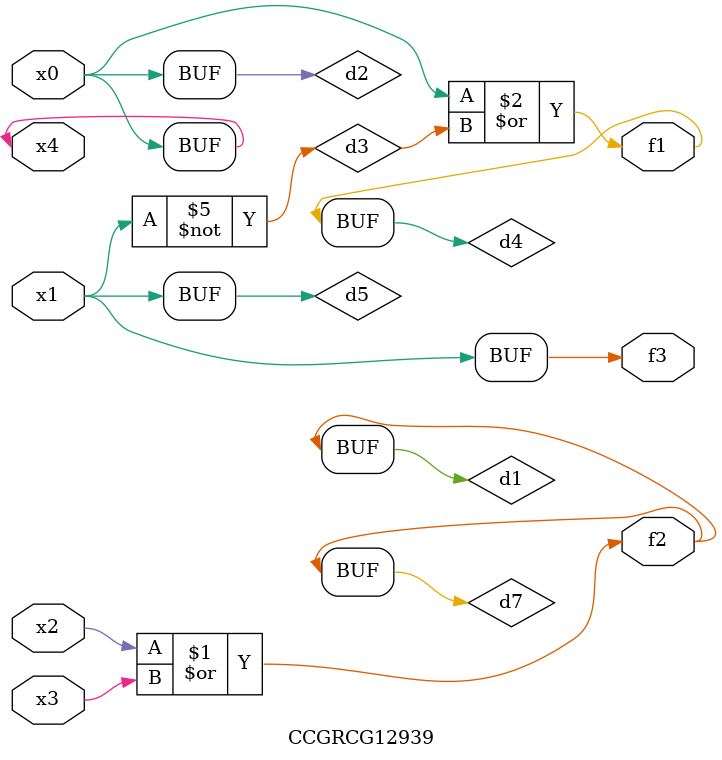
<source format=v>
module CCGRCG12939(
	input x0, x1, x2, x3, x4,
	output f1, f2, f3
);

	wire d1, d2, d3, d4, d5, d6, d7;

	or (d1, x2, x3);
	buf (d2, x0, x4);
	not (d3, x1);
	or (d4, d2, d3);
	not (d5, d3);
	nand (d6, d1, d3);
	or (d7, d1);
	assign f1 = d4;
	assign f2 = d7;
	assign f3 = d5;
endmodule

</source>
